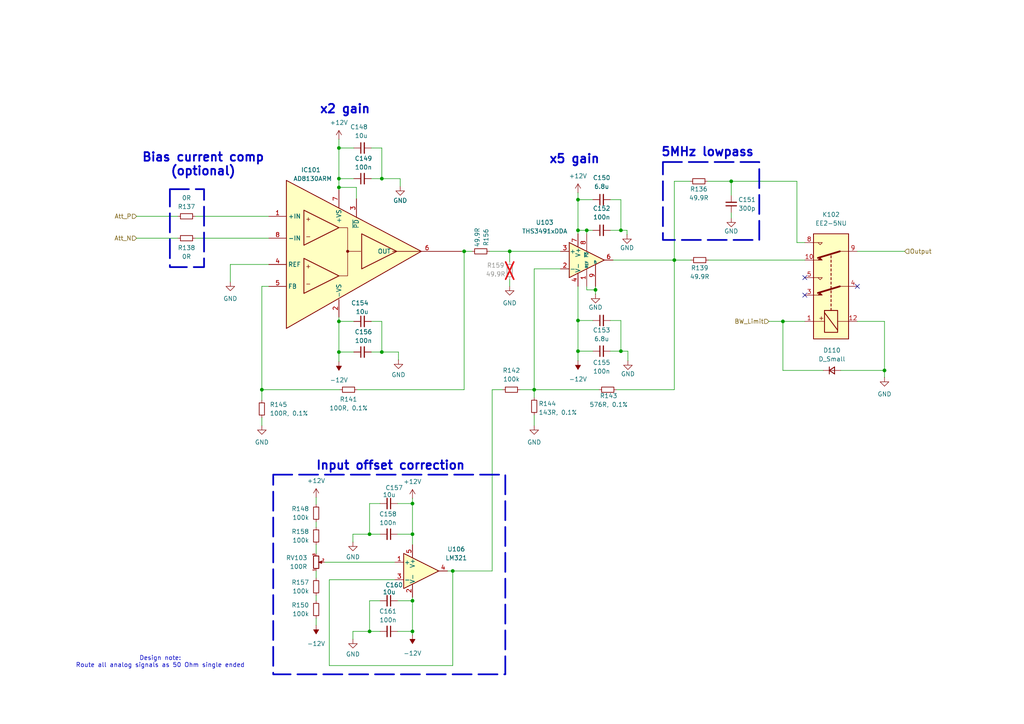
<source format=kicad_sch>
(kicad_sch (version 20250114) (generator "eeschema") (generator_version "9.0")
  (paper "A4")
  (lib_symbols
    (symbol "Amplifier_Operational:LM321" (pin_names (offset 0.127))
      (property "Reference" "U" (at 0 7.62 0))
      (property "Value" "LM321" (at 0 5.08 0))
      (symbol "LM321_0_1"
        (polyline (pts (xy -5.08 5.08) (xy 5.08 0) (xy -5.08 -5.08) (xy -5.08 5.08)) (stroke (width 0.254)) (fill (type background)))
      )
      (symbol "LM321_1_1"
        (pin input line (at -7.62 2.54 0) (length 2.54) (name "+") (number "1"))
        (pin input line (at -7.62 -2.54 0) (length 2.54) (name "-") (number "3"))
        (pin power_in line (at -2.54 7.62 270) (length 3.81) (name "V+") (number "5"))
        (pin power_in line (at -2.54 -7.62 90) (length 3.81) (name "V-") (number "2"))
        (pin output line (at 7.62 0 180) (length 2.54) (name "~") (number "4"))
      )
    )
    (symbol "Amplifier_Operational:THS3491xDDA" (pin_names (offset 0.127))
      (property "Reference" "U" (at 3.81 3.81 0))
      (property "Value" "THS3491xDDA" (at 10.16 -2.54 0))
      (symbol "THS3491xDDA_1_1"
        (polyline (pts (xy -5.08 5.08) (xy 5.08 0) (xy -5.08 -5.08) (xy -5.08 5.08)) (stroke (width 0.254)) (fill (type background)))
        (pin input line (at -7.62 2.54 0) (length 2.54) (name "+") (number "3"))
        (pin input line (at -7.62 -2.54 0) (length 2.54) (name "-") (number "2"))
        (pin no_connect line (at -5.08 0 0) (length 2.54) (hide yes) (name "NC") (number "5"))
        (pin power_in line (at -2.54 7.62 270) (length 3.81) (name "V+") (number "7"))
        (pin power_in line (at -2.54 -7.62 90) (length 3.81) (name "V-") (number "4"))
        (pin input line (at 0 7.62 270) (length 5.08) (name "~{PD}") (number "8"))
        (pin input line (at 0 -7.62 90) (length 5.08) (name "REF") (number "1"))
        (pin passive line (at 2.54 -7.62 90) (length 6.35) (name "EP") (number "9"))
        (pin output line (at 7.62 0 180) (length 2.54) (name "~") (number "6"))
      )
    )
    (symbol "Device:C_Small" (pin_numbers (hide yes)) (pin_names (offset 0.254) (hide yes))
      (property "Reference" "C" (at 0.254 1.778 0))
      (property "Value" "C_Small" (at 0.254 -2.032 0))
      (symbol "C_Small_0_1"
        (polyline (pts (xy -1.524 0.508) (xy 1.524 0.508)) (stroke (width 0.3048)))
        (polyline (pts (xy -1.524 -0.508) (xy 1.524 -0.508)) (stroke (width 0.3302)))
      )
      (symbol "C_Small_1_1"
        (pin passive line (at 0 2.54 270) (length 2.032) (name "~") (number "1"))
        (pin passive line (at 0 -2.54 90) (length 2.032) (name "~") (number "2"))
      )
    )
    (symbol "Device:D_Small" (pin_numbers (hide yes)) (pin_names (offset 0.254) (hide yes))
      (property "Reference" "D" (at -1.27 2.032 0))
      (property "Value" "D_Small" (at -3.81 -2.032 0))
      (symbol "D_Small_0_1"
        (polyline (pts (xy -0.762 0) (xy 0.762 0)))
        (polyline (pts (xy -0.762 -1.016) (xy -0.762 1.016)) (stroke (width 0.254)))
        (polyline (pts (xy 0.762 -1.016) (xy -0.762 0) (xy 0.762 1.016) (xy 0.762 -1.016)) (stroke (width 0.254)))
      )
      (symbol "D_Small_1_1"
        (pin passive line (at -2.54 0 0) (length 1.778) (name "K") (number "1"))
        (pin passive line (at 2.54 0 180) (length 1.778) (name "A") (number "2"))
      )
    )
    (symbol "Device:R_Potentiometer_Small" (pin_names (offset 1.016) (hide yes))
      (property "Reference" "RV" (at -4.445 0 90))
      (property "Value" "R_Potentiometer_Small" (at -2.54 0 90))
      (symbol "R_Potentiometer_Small_0_1"
        (rectangle (start 0.762 1.8034) (end -0.762 -1.8034) (stroke (width 0.254)))
        (polyline (pts (xy 0.889 0) (xy 0.635 0) (xy 1.651 0.381) (xy 1.651 -0.381) (xy 0.635 0) (xy 0.889 0)) (fill (type outline)))
      )
      (symbol "R_Potentiometer_Small_1_1"
        (pin passive line (at 0 2.54 270) (length 0.635) (name "1") (number "1"))
        (pin passive line (at 0 -2.54 90) (length 0.635) (name "3") (number "3"))
        (pin passive line (at 2.54 0 180) (length 0.9906) (name "2") (number "2"))
      )
    )
    (symbol "Device:R_Small" (pin_numbers (hide yes)) (pin_names (offset 0.254) (hide yes))
      (property "Reference" "R" (at 0.762 0.508 0))
      (property "Value" "R_Small" (at 0.762 -1.016 0))
      (symbol "R_Small_0_1"
        (rectangle (start -0.762 1.778) (end 0.762 -1.778) (stroke (width 0.2032)))
      )
      (symbol "R_Small_1_1"
        (pin passive line (at 0 2.54 270) (length 0.762) (name "~") (number "1"))
        (pin passive line (at 0 -2.54 90) (length 0.762) (name "~") (number "2"))
      )
    )
    (symbol "Relay:EE2-5NU"
      (property "Reference" "K" (at 15.24 8.89 0))
      (property "Value" "EE2-5NU" (at 19.05 6.35 0))
      (symbol "EE2-5NU_1_1"
        (rectangle (start -15.24 5.08) (end 15.24 -5.08) (stroke (width 0.254)) (fill (type background)))
        (rectangle (start -13.335 1.905) (end -6.985 -1.905) (stroke (width 0.254)))
        (polyline (pts (xy -12.7 -1.905) (xy -7.62 1.905)) (stroke (width 0.254)))
        (polyline (pts (xy -10.16 5.08) (xy -10.16 1.905)))
        (polyline (pts (xy -10.16 -5.08) (xy -10.16 -1.905)))
        (polyline (pts (xy -6.985 0) (xy -6.35 0)) (stroke (width 0.254)))
        (polyline (pts (xy -5.715 0) (xy -5.08 0)) (stroke (width 0.254)))
        (polyline (pts (xy -4.445 0) (xy -3.81 0)) (stroke (width 0.254)))
        (polyline (pts (xy -3.175 0) (xy -2.54 0)) (stroke (width 0.254)))
        (polyline (pts (xy -2.54 5.08) (xy -2.54 2.54) (xy -1.905 3.175) (xy -2.54 3.81)) (fill (type outline)))
        (polyline (pts (xy -1.905 0) (xy -1.27 0)) (stroke (width 0.254)))
        (polyline (pts (xy -0.635 0) (xy 0 0)) (stroke (width 0.254)))
        (polyline (pts (xy 0 -2.54) (xy -1.905 3.81)) (stroke (width 0.508)))
        (polyline (pts (xy 0 -2.54) (xy 0 -5.08)))
        (polyline (pts (xy 0.635 0) (xy 1.27 0)) (stroke (width 0.254)))
        (polyline (pts (xy 1.905 0) (xy 2.54 0)) (stroke (width 0.254)))
        (polyline (pts (xy 2.54 5.08) (xy 2.54 2.54) (xy 1.905 3.175) (xy 2.54 3.81)))
        (polyline (pts (xy 3.175 0) (xy 3.81 0)) (stroke (width 0.254)))
        (polyline (pts (xy 4.445 0) (xy 5.08 0)) (stroke (width 0.254)))
        (polyline (pts (xy 5.715 0) (xy 6.35 0)) (stroke (width 0.254)))
        (polyline (pts (xy 6.985 0) (xy 7.62 0)) (stroke (width 0.254)))
        (polyline (pts (xy 7.62 5.08) (xy 7.62 2.54) (xy 8.255 3.175) (xy 7.62 3.81)) (fill (type outline)))
        (polyline (pts (xy 8.255 0) (xy 8.89 0)) (stroke (width 0.254)))
        (polyline (pts (xy 10.16 -2.54) (xy 8.255 3.81)) (stroke (width 0.508)))
        (polyline (pts (xy 10.16 -2.54) (xy 10.16 -5.08)))
        (polyline (pts (xy 12.7 5.08) (xy 12.7 2.54) (xy 12.065 3.175) (xy 12.7 3.81)))
        (text "+" (at -9.271 2.921 0) (effects (font (size 1.27 1.27))))
        (pin passive line (at -10.16 7.62 270) (length 2.54) (name "~") (number "1"))
        (pin passive line (at -10.16 -7.62 90) (length 2.54) (name "~") (number "12"))
        (pin passive line (at -2.54 7.62 270) (length 2.54) (name "~") (number "3"))
        (pin passive line (at 0 -7.62 90) (length 2.54) (name "~") (number "4"))
        (pin passive line (at 2.54 7.62 270) (length 2.54) (name "~") (number "5"))
        (pin passive line (at 7.62 7.62 270) (length 2.54) (name "~") (number "10"))
        (pin passive line (at 10.16 -7.62 90) (length 2.54) (name "~") (number "9"))
        (pin passive line (at 12.7 7.62 270) (length 2.54) (name "~") (number "8"))
      )
    )
    (symbol "SamacSys_Parts:AD8130ARM"
      (property "Reference" "IC1" (at 10.922 23.622 0))
      (property "Value" "AD8130ARM" (at 11.43 21.082 0))
      (symbol "AD8130ARM_1_1"
        (polyline (pts (xy 19.05 6.858) (xy 8.89 11.938) (xy 8.89 1.778) (xy 19.05 6.858)) (stroke (width 0.254)) (fill (type background)))
        (polyline (pts (xy 19.05 6.858) (xy 21.59 6.858) (xy 21.59 -7.112) (xy 19.05 -7.112)))
        (polyline (pts (xy 19.05 -7.112) (xy 8.89 -2.032) (xy 8.89 -12.192) (xy 19.05 -7.112)) (stroke (width 0.254)) (fill (type background)))
        (polyline (pts (xy 21.59 0) (xy 25.4 0)))
        (circle (center 21.59 0) (radius 0.3592) (fill (type outline)))
        (polyline (pts (xy 35.814 0) (xy 25.654 5.08) (xy 25.654 -5.08) (xy 35.814 0)) (stroke (width 0.254)) (fill (type background)))
        (polyline (pts (xy 42.926 0) (xy 3.81 20.574) (xy 3.81 -22.352) (xy 42.926 0)) (stroke (width 0.254)) (fill (type background)))
        (text "+" (at 10.16 9.398 0) (effects (font (size 1.27 1.27))))
        (text "-" (at 10.16 4.318 0) (effects (font (size 1.27 1.27))))
        (text "+" (at 10.16 -4.318 0) (effects (font (size 1.27 1.27))))
        (text "-" (at 10.16 -9.398 0) (effects (font (size 1.27 1.27))))
        (pin passive line (at -1.27 10.16 0) (length 5.08) (name "+IN") (number "1"))
        (pin passive line (at -1.27 3.81 0) (length 5.08) (name "-IN") (number "8"))
        (pin passive line (at -1.27 -3.81 0) (length 5.08) (name "REF") (number "4"))
        (pin passive line (at -1.27 -10.16 0) (length 5.08) (name "FB") (number "5"))
        (pin passive line (at 19.05 17.78 270) (length 5.08) (name "+VS") (number "7"))
        (pin passive line (at 19.05 -19.05 90) (length 5.08) (name "-VS") (number "2"))
        (pin passive line (at 24.13 15.24 270) (length 5.4) (name "~{PD}") (number "3"))
        (pin passive line (at 54.61 0 180) (length 20) (name "OUT") (number "6"))
      )
    )
    (symbol "power:+12V" (power) (pin_numbers (hide yes)) (pin_names (offset 0) (hide yes))
      (property "Value" "+12V" (at 0 3.556 0))
      (symbol "+12V_0_1"
        (polyline (pts (xy -0.762 1.27) (xy 0 2.54)))
        (polyline (pts (xy 0 2.54) (xy 0.762 1.27)))
        (polyline (pts (xy 0 0) (xy 0 2.54)))
      )
      (symbol "+12V_1_1"
        (pin power_in line (at 0 0 90) (length 0) (name "~") (number "1"))
      )
    )
    (symbol "power:-12V" (power) (pin_numbers (hide yes)) (pin_names (offset 0) (hide yes))
      (property "Value" "-12V" (at 0 3.556 0))
      (symbol "-12V_0_0"
        (pin power_in line (at 0 0 90) (length 0) (name "~") (number "1"))
      )
      (symbol "-12V_0_1"
        (polyline (pts (xy 0 0) (xy 0 1.27) (xy 0.762 1.27) (xy 0 2.54) (xy -0.762 1.27) (xy 0 1.27)) (fill (type outline)))
      )
    )
    (symbol "power:GND" (power) (pin_numbers (hide yes)) (pin_names (offset 0) (hide yes))
      (property "Value" "GND" (at 0 -3.81 0))
      (symbol "GND_0_1"
        (polyline (pts (xy 0 0) (xy 0 -1.27) (xy 1.27 -1.27) (xy 0 -2.54) (xy -1.27 -1.27) (xy 0 -1.27)))
      )
      (symbol "GND_1_1"
        (pin power_in line (at 0 0 270) (length 0) (name "~") (number "1"))
      )
    )
  )
  (rectangle (start 79.248 137.668) (end 146.558 195.58) (stroke (width 0.5) (type dash)))
  (rectangle (start 192.278 46.99) (end 220.218 69.596) (stroke (width 0.5) (type dash)))
  (rectangle (start 49.276 54.864) (end 59.182 77.47) (stroke (width 0.5) (type dash)))
  (text "x2 gain\n" (at 100.076 31.75 0) (effects (font (size 2.5 2.5) (thickness 0.5) (bold yes))))
  (text "Design note:\nRoute all analog signals as 50 Ohm single ended" (at 46.482 192.024 0) (effects (font (size 1.27 1.27))))
  (text "Bias current comp\n(optional)\n" (at 58.928 47.752 0) (effects (font (size 2.5 2.5) (thickness 0.5) (bold yes))))
  (text "Input offset correction" (at 113.284 135.128 0) (effects (font (size 2.5 2.5) (thickness 0.5) (bold yes))))
  (text "x5 gain\n" (at 166.624 46.228 0) (effects (font (size 2.5 2.5) (thickness 0.5) (bold yes))))
  (text "5MHz lowpass\n" (at 205.232 44.196 0) (effects (font (size 2.5 2.5) (thickness 0.5) (bold yes))))
  (junction (at 154.94 113.03))
  (junction (at 195.58 75.438))
  (junction (at 170.18 66.802))
  (junction (at 98.298 102.108))
  (junction (at 167.64 92.964))
  (junction (at 119.634 154.94))
  (junction (at 167.64 66.802))
  (junction (at 180.086 101.854))
  (junction (at 119.634 174.244))
  (junction (at 107.188 183.134))
  (junction (at 212.09 52.578))
  (junction (at 75.946 113.03))
  (junction (at 110.744 51.816))
  (junction (at 98.298 93.218))
  (junction (at 98.298 54.356))
  (junction (at 98.298 51.816))
  (junction (at 172.72 84.074))
  (junction (at 119.634 146.05))
  (junction (at 98.298 42.926))
  (junction (at 167.64 57.912))
  (junction (at 227.076 93.218))
  (junction (at 131.318 165.608))
  (junction (at 134.62 72.898))
  (junction (at 110.744 102.108))
  (junction (at 256.54 107.442))
  (junction (at 180.086 66.802))
  (junction (at 147.828 72.898))
  (junction (at 107.188 154.94))
  (junction (at 119.634 183.134))
  (junction (at 167.64 101.854))
  (no_connect (at 233.426 85.598))
  (no_connect (at 248.666 83.058))
  (no_connect (at 233.426 80.518))
  (wire (pts (xy 142.748 113.03) (xy 142.748 165.608)))
  (wire (pts (xy 95.504 193.04) (xy 131.318 193.04)))
  (wire (pts (xy 110.744 102.108) (xy 110.744 93.218)))
  (wire (pts (xy 98.298 91.948) (xy 98.298 93.218)))
  (wire (pts (xy 107.696 102.108) (xy 110.744 102.108)))
  (wire (pts (xy 102.616 51.816) (xy 98.298 51.816)))
  (wire (pts (xy 171.958 101.854) (xy 167.64 101.854)))
  (wire (pts (xy 103.632 113.03) (xy 134.62 113.03)))
  (wire (pts (xy 98.298 54.356) (xy 98.298 55.118)))
  (wire (pts (xy 110.744 42.926) (xy 107.696 42.926)))
  (wire (pts (xy 147.828 72.898) (xy 162.56 72.898)))
  (wire (pts (xy 102.616 102.108) (xy 98.298 102.108)))
  (wire (pts (xy 147.828 81.026) (xy 147.828 83.058)))
  (wire (pts (xy 107.188 174.244) (xy 110.236 174.244)))
  (wire (pts (xy 195.58 52.578) (xy 195.58 75.438)))
  (wire (pts (xy 142.748 113.03) (xy 145.796 113.03)))
  (wire (pts (xy 98.298 42.926) (xy 102.616 42.926)))
  (wire (pts (xy 119.634 154.94) (xy 119.634 146.05)))
  (wire (pts (xy 134.62 72.898) (xy 136.906 72.898)))
  (wire (pts (xy 75.946 113.03) (xy 98.552 113.03)))
  (wire (pts (xy 110.236 183.134) (xy 107.188 183.134)))
  (wire (pts (xy 167.64 83.058) (xy 167.64 92.964)))
  (wire (pts (xy 180.086 101.854) (xy 182.118 101.854)))
  (wire (pts (xy 56.642 62.738) (xy 77.978 62.738)))
  (wire (pts (xy 167.64 66.802) (xy 167.64 67.818)))
  (wire (pts (xy 107.188 154.94) (xy 107.188 146.05)))
  (wire (pts (xy 154.94 113.03) (xy 150.876 113.03)))
  (wire (pts (xy 119.634 183.134) (xy 119.634 184.15)))
  (wire (pts (xy 154.94 120.396) (xy 154.94 123.444)))
  (wire (pts (xy 107.696 51.816) (xy 110.744 51.816)))
  (wire (pts (xy 110.744 51.816) (xy 116.078 51.816)))
  (wire (pts (xy 98.298 102.108) (xy 98.298 104.902)))
  (wire (pts (xy 107.188 154.94) (xy 102.362 154.94)))
  (wire (pts (xy 170.18 67.818) (xy 170.18 66.802)))
  (wire (pts (xy 98.298 51.816) (xy 98.298 54.356)))
  (wire (pts (xy 170.18 66.802) (xy 171.958 66.802)))
  (wire (pts (xy 170.18 83.058) (xy 170.18 84.074)))
  (wire (pts (xy 167.64 101.854) (xy 167.64 104.648)))
  (wire (pts (xy 75.946 113.03) (xy 75.946 116.078)))
  (wire (pts (xy 212.09 61.722) (xy 212.09 63.246)))
  (wire (pts (xy 195.58 75.438) (xy 195.58 113.03)))
  (wire (pts (xy 248.666 72.898) (xy 262.382 72.898)))
  (wire (pts (xy 116.078 51.816) (xy 116.078 54.102)))
  (wire (pts (xy 141.986 72.898) (xy 147.828 72.898)))
  (wire (pts (xy 154.94 113.03) (xy 154.94 115.316)))
  (wire (pts (xy 154.94 77.978) (xy 154.94 113.03)))
  (wire (pts (xy 119.634 173.228) (xy 119.634 174.244)))
  (wire (pts (xy 98.298 93.218) (xy 102.616 93.218)))
  (wire (pts (xy 110.744 93.218) (xy 107.696 93.218)))
  (wire (pts (xy 102.362 183.134) (xy 102.362 185.42)))
  (wire (pts (xy 177.038 101.854) (xy 180.086 101.854)))
  (wire (pts (xy 119.634 174.244) (xy 119.634 183.134)))
  (wire (pts (xy 256.54 107.442) (xy 256.54 109.474)))
  (wire (pts (xy 231.14 70.358) (xy 231.14 52.578)))
  (wire (pts (xy 256.54 93.218) (xy 256.54 107.442)))
  (wire (pts (xy 134.62 72.898) (xy 134.62 113.03)))
  (wire (pts (xy 91.694 157.988) (xy 91.694 160.528)))
  (wire (pts (xy 167.64 101.854) (xy 167.64 92.964)))
  (wire (pts (xy 195.58 75.438) (xy 200.406 75.438)))
  (wire (pts (xy 180.086 66.802) (xy 180.086 57.912)))
  (wire (pts (xy 119.634 146.05) (xy 119.634 144.526)))
  (wire (pts (xy 107.188 183.134) (xy 107.188 174.244)))
  (wire (pts (xy 39.624 62.738) (xy 51.562 62.738)))
  (wire (pts (xy 154.94 113.03) (xy 173.736 113.03)))
  (wire (pts (xy 180.086 92.964) (xy 177.038 92.964)))
  (wire (pts (xy 182.118 101.854) (xy 182.118 104.648)))
  (wire (pts (xy 98.298 42.926) (xy 98.298 51.816)))
  (wire (pts (xy 115.57 102.108) (xy 115.57 104.394)))
  (wire (pts (xy 102.362 154.94) (xy 102.362 157.226)))
  (wire (pts (xy 212.09 56.642) (xy 212.09 52.578)))
  (wire (pts (xy 91.694 179.324) (xy 91.694 181.356)))
  (wire (pts (xy 95.504 168.148) (xy 95.504 193.04)))
  (wire (pts (xy 178.816 113.03) (xy 195.58 113.03)))
  (wire (pts (xy 172.72 84.074) (xy 172.72 83.058)))
  (wire (pts (xy 107.188 183.134) (xy 102.362 183.134)))
  (wire (pts (xy 114.554 163.068) (xy 94.234 163.068)))
  (wire (pts (xy 91.694 172.72) (xy 91.694 174.244)))
  (wire (pts (xy 248.666 93.218) (xy 256.54 93.218)))
  (wire (pts (xy 98.298 40.386) (xy 98.298 42.926)))
  (wire (pts (xy 243.84 107.442) (xy 256.54 107.442)))
  (wire (pts (xy 167.64 55.88) (xy 167.64 57.912)))
  (wire (pts (xy 115.316 183.134) (xy 119.634 183.134)))
  (wire (pts (xy 212.09 52.578) (xy 231.14 52.578)))
  (wire (pts (xy 172.72 84.074) (xy 172.72 85.344)))
  (wire (pts (xy 133.858 72.898) (xy 134.62 72.898)))
  (wire (pts (xy 180.086 57.912) (xy 177.038 57.912)))
  (wire (pts (xy 147.828 72.898) (xy 147.828 75.946)))
  (wire (pts (xy 180.086 66.802) (xy 181.864 66.802)))
  (wire (pts (xy 205.232 52.578) (xy 212.09 52.578)))
  (wire (pts (xy 181.864 66.802) (xy 181.864 68.072)))
  (wire (pts (xy 75.946 83.058) (xy 75.946 113.03)))
  (wire (pts (xy 95.504 168.148) (xy 114.554 168.148)))
  (wire (pts (xy 107.188 146.05) (xy 110.236 146.05)))
  (wire (pts (xy 77.978 76.708) (xy 66.802 76.708)))
  (wire (pts (xy 110.236 154.94) (xy 107.188 154.94)))
  (wire (pts (xy 227.076 107.442) (xy 227.076 93.218)))
  (wire (pts (xy 170.18 84.074) (xy 172.72 84.074)))
  (wire (pts (xy 131.318 165.608) (xy 129.794 165.608)))
  (wire (pts (xy 75.946 121.158) (xy 75.946 123.444)))
  (wire (pts (xy 115.316 146.05) (xy 119.634 146.05)))
  (wire (pts (xy 238.76 107.442) (xy 227.076 107.442)))
  (wire (pts (xy 66.802 76.708) (xy 66.802 81.788)))
  (wire (pts (xy 177.038 66.802) (xy 180.086 66.802)))
  (wire (pts (xy 200.152 52.578) (xy 195.58 52.578)))
  (wire (pts (xy 233.426 75.438) (xy 205.486 75.438)))
  (wire (pts (xy 39.624 69.088) (xy 51.562 69.088)))
  (wire (pts (xy 167.64 57.912) (xy 167.64 66.802)))
  (wire (pts (xy 98.298 93.218) (xy 98.298 102.108)))
  (wire (pts (xy 91.694 146.304) (xy 91.694 144.272)))
  (wire (pts (xy 233.426 70.358) (xy 231.14 70.358)))
  (wire (pts (xy 115.316 154.94) (xy 119.634 154.94)))
  (wire (pts (xy 110.744 102.108) (xy 115.57 102.108)))
  (wire (pts (xy 110.744 51.816) (xy 110.744 42.926)))
  (wire (pts (xy 167.64 92.964) (xy 171.958 92.964)))
  (wire (pts (xy 167.64 66.802) (xy 170.18 66.802)))
  (wire (pts (xy 56.642 69.088) (xy 77.978 69.088)))
  (wire (pts (xy 103.378 57.658) (xy 103.378 54.356)))
  (wire (pts (xy 154.94 77.978) (xy 162.56 77.978)))
  (wire (pts (xy 131.318 193.04) (xy 131.318 165.608)))
  (wire (pts (xy 119.634 174.244) (xy 115.316 174.244)))
  (wire (pts (xy 180.086 101.854) (xy 180.086 92.964)))
  (wire (pts (xy 75.946 83.058) (xy 77.978 83.058)))
  (wire (pts (xy 119.634 154.94) (xy 119.634 157.988)))
  (wire (pts (xy 91.694 151.384) (xy 91.694 152.908)))
  (wire (pts (xy 167.64 57.912) (xy 171.958 57.912)))
  (wire (pts (xy 91.694 165.608) (xy 91.694 167.64)))
  (wire (pts (xy 177.8 75.438) (xy 195.58 75.438)))
  (wire (pts (xy 103.378 54.356) (xy 98.298 54.356)))
  (wire (pts (xy 233.426 93.218) (xy 227.076 93.218)))
  (wire (pts (xy 142.748 165.608) (xy 131.318 165.608)))
  (wire (pts (xy 223.012 93.218) (xy 227.076 93.218)))
  (hierarchical_label "BW_Limit" (shape input) (at 223.012 93.218 180))
  (hierarchical_label "Att_P" (shape input) (at 39.624 62.738 180))
  (hierarchical_label "Output" (shape input) (at 262.382 72.898 0))
  (hierarchical_label "Att_N" (shape input) (at 39.624 69.088 180))
  (symbol (lib_id "power:GND") (at 102.362 185.42 0) (mirror y) (unit 1)
    (property "Reference" "#PWR0168" (effects (hide yes)))
    (property "Value" "GND" (at 102.362 189.738 0))
    (property "Description" "Power symbol creates a global label with name \"GND\" , ground" (effects (hide yes)))
  )
  (symbol (lib_id "Device:R_Small") (at 91.694 155.448 0) (mirror x) (unit 1)
    (property "Reference" "R158" (at 89.662 154.1779 0) (effects (justify right)))
    (property "Value" "100k" (at 89.662 156.7179 0) (effects (justify right)))
    (property "Footprint" "Resistor_SMD:R_0603_1608Metric" (effects (hide yes)))
    (property "Description" "Resistor, small symbol" (effects (hide yes)))
  )
  (symbol (lib_id "Device:R_Potentiometer_Small") (at 91.694 163.068 0) (mirror x) (unit 1)
    (property "Reference" "RV103" (at 89.154 161.7979 0) (effects (justify right)))
    (property "Value" "100R" (at 89.154 164.3379 0) (effects (justify right)))
    (property "Footprint" "Potentiometer_THT:Potentiometer_Bourns_3296W_Vertical" (effects (hide yes)))
    (property "Description" "Potentiometer" (effects (hide yes)))
  )
  (symbol (lib_id "Device:R_Small") (at 147.828 78.486 0) (unit 1) (dnp yes)
    (property "Reference" "R159" (at 143.764 76.962 0))
    (property "Value" "49.9R" (at 143.764 79.502 0))
    (property "Footprint" "Resistor_SMD:R_1206_3216Metric" (effects (hide yes)))
    (property "Description" "Resistor, small symbol" (effects (hide yes)))
  )
  (symbol (lib_id "power:+12V") (at 98.298 40.386 0) (unit 1)
    (property "Reference" "#PWR0179" (effects (hide yes)))
    (property "Value" "+12V" (at 98.298 35.56 0))
    (property "Description" "Power symbol creates a global label with name \"+12V\"" (effects (hide yes)))
  )
  (symbol (lib_id "Device:R_Small") (at 91.694 170.18 0) (mirror x) (unit 1)
    (property "Reference" "R157" (at 89.662 168.9099 0) (effects (justify right)))
    (property "Value" "100k" (at 89.662 171.4499 0) (effects (justify right)))
    (property "Footprint" "Resistor_SMD:R_0603_1608Metric" (effects (hide yes)))
    (property "Description" "Resistor, small symbol" (effects (hide yes)))
  )
  (symbol (lib_id "power:GND") (at 256.54 109.474 0) (unit 1)
    (property "Reference" "#PWR0157" (effects (hide yes)))
    (property "Value" "GND" (at 256.54 114.3 0))
    (property "Description" "Power symbol creates a global label with name \"GND\" , ground" (effects (hide yes)))
  )
  (symbol (lib_id "power:GND") (at 181.864 68.072 0) (unit 1)
    (property "Reference" "#PWR0149" (effects (hide yes)))
    (property "Value" "GND" (at 181.864 71.882 0))
    (property "Description" "Power symbol creates a global label with name \"GND\" , ground" (effects (hide yes)))
  )
  (symbol (lib_id "Amplifier_Operational:LM321") (at 122.174 165.608 0) (unit 1)
    (property "Reference" "U106" (at 132.334 159.2894 0))
    (property "Value" "LM321" (at 132.334 161.8294 0))
    (property "Footprint" "Package_TO_SOT_SMD:SOT-23-5" (effects (hide yes)))
    (property "Datasheet" "http://www.ti.com/lit/ds/symlink/lm321.pdf" (effects (hide yes)))
    (property "Description" "Low Power Single Operational Amplifier, SOT-23-5" (effects (hide yes)))
  )
  (symbol (lib_id "power:+12V") (at 119.634 144.526 0) (unit 1)
    (property "Reference" "#PWR0180" (effects (hide yes)))
    (property "Value" "+12V" (at 119.634 139.7 0))
    (property "Description" "Power symbol creates a global label with name \"+12V\"" (effects (hide yes)))
  )
  (symbol (lib_id "Device:C_Small") (at 174.498 57.912 90) (unit 1)
    (property "Reference" "C150" (at 174.5043 51.562 90))
    (property "Value" "6.8u" (at 174.5043 54.102 90))
    (property "Footprint" "Capacitor_SMD:C_1206_3216Metric" (effects (hide yes)))
    (property "Description" "Unpolarized capacitor, small symbol" (effects (hide yes)))
  )
  (symbol (lib_id "power:GND") (at 212.09 63.246 0) (unit 1)
    (property "Reference" "#PWR0148" (effects (hide yes)))
    (property "Value" "GND" (at 212.09 67.056 0))
    (property "Description" "Power symbol creates a global label with name \"GND\" , ground" (effects (hide yes)))
  )
  (symbol (lib_id "power:GND") (at 182.118 104.648 0) (unit 1)
    (property "Reference" "#PWR0155" (effects (hide yes)))
    (property "Value" "GND" (at 182.118 108.458 0))
    (property "Description" "Power symbol creates a global label with name \"GND\" , ground" (effects (hide yes)))
  )
  (symbol (lib_id "Device:D_Small") (at 241.3 107.442 0) (unit 1)
    (property "Reference" "D110" (at 241.3 101.6 0))
    (property "Value" "D_Small" (at 241.3 104.14 0))
    (property "Footprint" "Diode_SMD:D_SOD-123" (effects (hide yes)))
    (property "Description" "Diode, small symbol" (effects (hide yes)))
    (property "Sim.Device" "D" (effects (hide yes)))
    (property "Sim.Pins" "1=K 2=A" (effects (hide yes)))
  )
  (symbol (lib_id "power:-12V") (at 119.634 184.15 180) (unit 1)
    (property "Reference" "#PWR0178" (effects (hide yes)))
    (property "Value" "-12V" (at 119.634 189.484 0))
    (property "Description" "Power symbol creates a global label with name \"-12V\"" (effects (hide yes)))
  )
  (symbol (lib_id "Device:C_Small") (at 105.156 102.108 90) (unit 1)
    (property "Reference" "C156" (at 105.41 96.266 90))
    (property "Value" "100n" (at 105.41 98.806 90))
    (property "Footprint" "Capacitor_SMD:C_0603_1608Metric" (effects (hide yes)))
    (property "Description" "Unpolarized capacitor, small symbol" (effects (hide yes)))
  )
  (symbol (lib_id "Amplifier_Operational:THS3491xDDA") (at 170.18 75.438 0) (unit 1)
    (property "Reference" "U103" (at 157.988 64.516 0))
    (property "Value" "THS3491xDDA" (at 157.988 67.056 0))
    (property "Footprint" "Package_SO:Texas_R-PDSO-G8_EP2.95x4.9mm_Mask2.4x3.1mm" (effects (hide yes)))
    (property "Datasheet" "http://www.ti.com/lit/ds/symlink/ths3491.pdf" (effects (hide yes)))
    (property "Description" "900-MHz, 500-mA High-Power Output Current Feedback Operational Amplifier, SOIC-8" (effects (hide yes)))
  )
  (symbol (lib_id "Device:C_Small") (at 174.498 101.854 90) (unit 1)
    (property "Reference" "C155" (at 174.498 105.156 90))
    (property "Value" "100n" (at 174.498 107.696 90))
    (property "Footprint" "Capacitor_SMD:C_0603_1608Metric" (effects (hide yes)))
    (property "Description" "Unpolarized capacitor, small symbol" (effects (hide yes)))
  )
  (symbol (lib_id "Device:C_Small") (at 174.498 66.802 90) (unit 1)
    (property "Reference" "C152" (at 174.5043 60.452 90))
    (property "Value" "100n" (at 174.5043 62.992 90))
    (property "Footprint" "Capacitor_SMD:C_0603_1608Metric" (effects (hide yes)))
    (property "Description" "Unpolarized capacitor, small symbol" (effects (hide yes)))
  )
  (symbol (lib_id "power:GND") (at 116.078 54.102 0) (unit 1)
    (property "Reference" "#PWR0146" (effects (hide yes)))
    (property "Value" "GND" (at 116.078 58.166 0))
    (property "Description" "Power symbol creates a global label with name \"GND\" , ground" (effects (hide yes)))
  )
  (symbol (lib_id "Device:R_Small") (at 148.336 113.03 270) (mirror x) (unit 1)
    (property "Reference" "R142" (at 148.336 107.442 90))
    (property "Value" "100k" (at 148.336 109.982 90))
    (property "Footprint" "Resistor_SMD:R_0603_1608Metric" (effects (hide yes)))
    (property "Description" "Resistor, small symbol" (effects (hide yes)))
  )
  (symbol (lib_id "Device:R_Small") (at 154.94 117.856 0) (unit 1)
    (property "Reference" "R144" (at 156.21 117.094 0) (effects (justify left)))
    (property "Value" "143R, 0.1%" (at 156.21 119.634 0) (effects (justify left)))
    (property "Footprint" "Resistor_SMD:R_1206_3216Metric" (effects (hide yes)))
    (property "Description" "Resistor, small symbol" (effects (hide yes)))
  )
  (symbol (lib_id "power:-12V") (at 91.694 181.356 180) (unit 1)
    (property "Reference" "#PWR0184" (effects (hide yes)))
    (property "Value" "-12V" (at 91.694 186.69 0))
    (property "Description" "Power symbol creates a global label with name \"-12V\"" (effects (hide yes)))
  )
  (symbol (lib_id "power:GND") (at 102.362 157.226 0) (mirror y) (unit 1)
    (property "Reference" "#PWR0164" (effects (hide yes)))
    (property "Value" "GND" (at 102.362 161.544 0))
    (property "Description" "Power symbol creates a global label with name \"GND\" , ground" (effects (hide yes)))
  )
  (symbol (lib_id "SamacSys_Parts:AD8130ARM") (at 79.248 72.898 0) (unit 1)
    (property "Reference" "IC101" (at 90.17 49.276 0))
    (property "Value" "AD8130ARM" (at 90.678 51.816 0))
    (property "Footprint" "SamacSys_Parts:SOP65P490X110-8N" (effects (hide yes)))
    (property "Datasheet" "https://www.analog.com/media/en/technical-documentation/data-sheets/AD8129_8130.pdf" (effects (hide yes)))
    (property "Description" "SP Amp DIFF Receiver Amp Single +/-12.6V/25.2V 8-Pin MSOP Tube" (effects (hide yes)))
    (property "Height" "1.1" (effects (hide yes)))
    (property "Manufacturer_Name" "Analog Devices" (effects (hide yes)))
    (property "Manufacturer_Part_Number" "AD8130ARM" (effects (hide yes)))
    (property "Mouser Part Number" "584-AD8130ARM" (effects (hide yes)))
    (property "Mouser Price/Stock" "https://www.mouser.com/Search/Refine.aspx?Keyword=584-AD8130ARM" (effects (hide yes)))
    (property "Arrow Part Number" "AD8130ARM" (effects (hide yes)))
    (property "Arrow Price/Stock" "https://www.arrow.com/en/products/ad8130arm/analog-devices" (effects (hide yes)))
  )
  (symbol (lib_id "Device:R_Small") (at 202.946 75.438 90) (unit 1)
    (property "Reference" "R139" (at 202.946 77.724 90))
    (property "Value" "49.9R" (at 202.946 80.264 90))
    (property "Footprint" "Resistor_SMD:R_2512_6332Metric" (effects (hide yes)))
    (property "Description" "Resistor, small symbol" (effects (hide yes)))
  )
  (symbol (lib_id "Device:R_Small") (at 54.102 69.088 270) (unit 1)
    (property "Reference" "R138" (at 54.102 71.882 90))
    (property "Value" "0R" (at 54.102 74.422 90))
    (property "Footprint" "Resistor_SMD:R_0603_1608Metric" (effects (hide yes)))
    (property "Description" "Resistor, small symbol" (effects (hide yes)))
  )
  (symbol (lib_id "Device:C_Small") (at 105.156 42.926 90) (unit 1)
    (property "Reference" "C148" (at 106.68 36.83 90) (effects (justify left)))
    (property "Value" "10u" (at 106.68 39.37 90) (effects (justify left)))
    (property "Footprint" "Capacitor_SMD:C_1206_3216Metric" (effects (hide yes)))
    (property "Description" "Unpolarized capacitor, small symbol" (effects (hide yes)))
  )
  (symbol (lib_id "Device:R_Small") (at 202.692 52.578 90) (unit 1)
    (property "Reference" "R136" (at 202.692 54.864 90))
    (property "Value" "49.9R" (at 202.692 57.404 90))
    (property "Footprint" "Resistor_SMD:R_2512_6332Metric" (effects (hide yes)))
    (property "Description" "Resistor, small symbol" (effects (hide yes)))
  )
  (symbol (lib_id "power:-12V") (at 167.64 104.648 180) (unit 1)
    (property "Reference" "#PWR0177" (effects (hide yes)))
    (property "Value" "-12V" (at 167.64 109.982 0))
    (property "Description" "Power symbol creates a global label with name \"-12V\"" (effects (hide yes)))
  )
  (symbol (lib_id "Device:R_Small") (at 75.946 118.618 0) (unit 1)
    (property "Reference" "R145" (at 78.232 117.3479 0) (effects (justify left)))
    (property "Value" "100R, 0.1%" (at 78.232 119.8879 0) (effects (justify left)))
    (property "Footprint" "Resistor_SMD:R_1206_3216Metric" (effects (hide yes)))
    (property "Description" "Resistor, small symbol" (effects (hide yes)))
  )
  (symbol (lib_id "power:GND") (at 154.94 123.444 0) (unit 1)
    (property "Reference" "#PWR0159" (effects (hide yes)))
    (property "Value" "GND" (at 154.94 128.27 0))
    (property "Description" "Power symbol creates a global label with name \"GND\" , ground" (effects (hide yes)))
  )
  (symbol (lib_id "power:+12V") (at 91.694 144.272 0) (unit 1)
    (property "Reference" "#PWR0185" (effects (hide yes)))
    (property "Value" "+12V" (at 91.694 139.446 0))
    (property "Description" "Power symbol creates a global label with name \"+12V\"" (effects (hide yes)))
  )
  (symbol (lib_id "Device:R_Small") (at 176.276 113.03 90) (unit 1)
    (property "Reference" "R143" (at 176.53 114.808 90))
    (property "Value" "576R, 0.1%" (at 176.53 117.348 90))
    (property "Footprint" "Resistor_SMD:R_1206_3216Metric" (effects (hide yes)))
    (property "Description" "Resistor, small symbol" (effects (hide yes)))
  )
  (symbol (lib_id "Device:R_Small") (at 54.102 62.738 90) (unit 1)
    (property "Reference" "R137" (at 54.102 59.944 90))
    (property "Value" "0R" (at 54.102 57.404 90))
    (property "Footprint" "Resistor_SMD:R_0603_1608Metric" (effects (hide yes)))
    (property "Description" "Resistor, small symbol" (effects (hide yes)))
  )
  (symbol (lib_id "Device:C_Small") (at 112.776 174.244 270) (mirror x) (unit 1)
    (property "Reference" "C160" (at 111.76 169.672 90) (effects (justify left)))
    (property "Value" "10u" (at 110.998 171.704 90) (effects (justify left)))
    (property "Footprint" "Capacitor_SMD:C_1206_3216Metric" (effects (hide yes)))
    (property "Description" "Unpolarized capacitor, small symbol" (effects (hide yes)))
  )
  (symbol (lib_id "Relay:EE2-5NU") (at 241.046 83.058 90) (unit 1)
    (property "Reference" "K102" (at 241.046 62.23 90))
    (property "Value" "EE2-5NU" (at 241.046 64.77 90))
    (property "Footprint" "Relay_SMD:Relay_DPDT_Kemet_EE2_NU" (effects (hide yes)))
    (property "Datasheet" "https://content.kemet.com/datasheets/KEM_R7002_EC2_EE2.pdf" (effects (hide yes)))
    (property "Description" "General purpose signal relay, Kemet EE2 Series, DPDT (2 Form C), non-latching, SMD, 60W/125VA, 220VDC/250VAC, 2A, 5V DC coil" (effects (hide yes)))
  )
  (symbol (lib_id "Device:C_Small") (at 112.776 146.05 270) (mirror x) (unit 1)
    (property "Reference" "C157" (at 111.76 141.478 90) (effects (justify left)))
    (property "Value" "10u" (at 110.998 143.51 90) (effects (justify left)))
    (property "Footprint" "Capacitor_SMD:C_1206_3216Metric" (effects (hide yes)))
    (property "Description" "Unpolarized capacitor, small symbol" (effects (hide yes)))
  )
  (symbol (lib_id "Device:R_Small") (at 91.694 176.784 0) (mirror x) (unit 1)
    (property "Reference" "R150" (at 89.662 175.5139 0) (effects (justify right)))
    (property "Value" "100k" (at 89.662 178.0539 0) (effects (justify right)))
    (property "Footprint" "Resistor_SMD:R_0603_1608Metric" (effects (hide yes)))
    (property "Description" "Resistor, small symbol" (effects (hide yes)))
  )
  (symbol (lib_id "Device:C_Small") (at 112.776 154.94 270) (mirror x) (unit 1)
    (property "Reference" "C158" (at 112.522 149.098 90))
    (property "Value" "100n" (at 112.522 151.638 90))
    (property "Footprint" "Capacitor_SMD:C_0603_1608Metric" (effects (hide yes)))
    (property "Description" "Unpolarized capacitor, small symbol" (effects (hide yes)))
  )
  (symbol (lib_id "Device:C_Small") (at 112.776 183.134 270) (mirror x) (unit 1)
    (property "Reference" "C161" (at 112.522 177.292 90))
    (property "Value" "100n" (at 112.522 179.832 90))
    (property "Footprint" "Capacitor_SMD:C_0603_1608Metric" (effects (hide yes)))
    (property "Description" "Unpolarized capacitor, small symbol" (effects (hide yes)))
  )
  (symbol (lib_id "power:GND") (at 147.828 83.058 0) (unit 1)
    (property "Reference" "#PWR0163" (effects (hide yes)))
    (property "Value" "GND" (at 147.828 87.884 0))
    (property "Description" "Power symbol creates a global label with name \"GND\" , ground" (effects (hide yes)))
  )
  (symbol (lib_id "power:GND") (at 172.72 85.344 0) (unit 1)
    (property "Reference" "#PWR0152" (effects (hide yes)))
    (property "Value" "GND" (at 172.72 89.154 0))
    (property "Description" "Power symbol creates a global label with name \"GND\" , ground" (effects (hide yes)))
  )
  (symbol (lib_id "Device:R_Small") (at 91.694 148.844 0) (mirror x) (unit 1)
    (property "Reference" "R148" (at 89.662 147.5739 0) (effects (justify right)))
    (property "Value" "100k" (at 89.662 150.1139 0) (effects (justify right)))
    (property "Footprint" "Resistor_SMD:R_0603_1608Metric" (effects (hide yes)))
    (property "Description" "Resistor, small symbol" (effects (hide yes)))
  )
  (symbol (lib_id "power:+12V") (at 167.64 55.88 0) (unit 1)
    (property "Reference" "#PWR0181" (effects (hide yes)))
    (property "Value" "+12V" (at 167.64 51.054 0))
    (property "Description" "Power symbol creates a global label with name \"+12V\"" (effects (hide yes)))
  )
  (symbol (lib_id "power:-12V") (at 98.298 104.902 180) (unit 1)
    (property "Reference" "#PWR0175" (effects (hide yes)))
    (property "Value" "-12V" (at 98.298 110.236 0))
    (property "Description" "Power symbol creates a global label with name \"-12V\"" (effects (hide yes)))
  )
  (symbol (lib_id "Device:C_Small") (at 105.156 51.816 90) (unit 1)
    (property "Reference" "C149" (at 105.41 45.974 90))
    (property "Value" "100n" (at 105.41 48.514 90))
    (property "Footprint" "Capacitor_SMD:C_0603_1608Metric" (effects (hide yes)))
    (property "Description" "Unpolarized capacitor, small symbol" (effects (hide yes)))
  )
  (symbol (lib_id "Device:C_Small") (at 105.156 93.218 90) (unit 1)
    (property "Reference" "C154" (at 106.934 87.884 90) (effects (justify left)))
    (property "Value" "10u" (at 106.934 90.424 90) (effects (justify left)))
    (property "Footprint" "Capacitor_SMD:C_1206_3216Metric" (effects (hide yes)))
    (property "Description" "Unpolarized capacitor, small symbol" (effects (hide yes)))
  )
  (symbol (lib_id "power:GND") (at 115.57 104.394 0) (unit 1)
    (property "Reference" "#PWR0153" (effects (hide yes)))
    (property "Value" "GND" (at 115.57 108.712 0))
    (property "Description" "Power symbol creates a global label with name \"GND\" , ground" (effects (hide yes)))
  )
  (symbol (lib_id "Device:C_Small") (at 212.09 59.182 180) (unit 1)
    (property "Reference" "C151" (at 216.662 57.912 0))
    (property "Value" "300p" (at 216.662 60.452 0))
    (property "Footprint" "Capacitor_SMD:C_0603_1608Metric" (effects (hide yes)))
    (property "Description" "Unpolarized capacitor, small symbol" (effects (hide yes)))
  )
  (symbol (lib_id "power:GND") (at 66.802 81.788 0) (unit 1)
    (property "Reference" "#PWR0150" (effects (hide yes)))
    (property "Value" "GND" (at 66.802 86.614 0))
    (property "Description" "Power symbol creates a global label with name \"GND\" , ground" (effects (hide yes)))
  )
  (symbol (lib_id "Device:R_Small") (at 139.446 72.898 270) (unit 1)
    (property "Reference" "R156" (at 140.97 68.834 0))
    (property "Value" "49.9R" (at 138.43 68.834 0))
    (property "Footprint" "Resistor_SMD:R_1206_3216Metric" (effects (hide yes)))
    (property "Description" "Resistor, small symbol" (effects (hide yes)))
  )
  (symbol (lib_id "Device:C_Small") (at 174.498 92.964 90) (unit 1)
    (property "Reference" "C153" (at 174.498 95.758 90))
    (property "Value" "6.8u" (at 174.498 98.298 90))
    (property "Footprint" "Capacitor_SMD:C_1206_3216Metric" (effects (hide yes)))
    (property "Description" "Unpolarized capacitor, small symbol" (effects (hide yes)))
  )
  (symbol (lib_id "power:GND") (at 75.946 123.444 0) (unit 1)
    (property "Reference" "#PWR0158" (effects (hide yes)))
    (property "Value" "GND" (at 75.946 128.27 0))
    (property "Description" "Power symbol creates a global label with name \"GND\" , ground" (effects (hide yes)))
  )
  (symbol (lib_id "Device:R_Small") (at 101.092 113.03 270) (unit 1)
    (property "Reference" "R141" (at 101.092 115.824 90))
    (property "Value" "100R, 0.1%" (at 101.092 118.364 90))
    (property "Footprint" "Resistor_SMD:R_1206_3216Metric" (effects (hide yes)))
    (property "Description" "Resistor, small symbol" (effects (hide yes)))
  )
)
</source>
